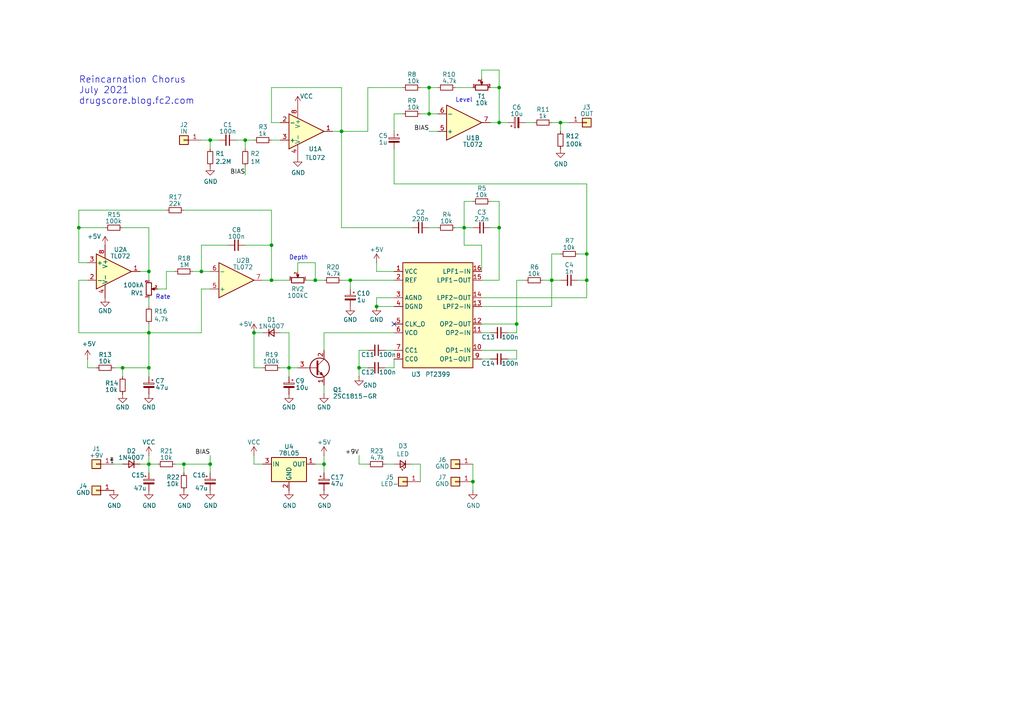
<source format=kicad_sch>
(kicad_sch (version 20250114) (generator "eeschema") (generator_version "9.0")
  (paper "A4")
  (lib_symbols
    (symbol "Amplifier_Operational:TL072" (pin_names (offset 0.127))
      (property "Reference" "U" (at 0 5.08 0))
      (property "Value" "TL072" (at 0 -5.08 0))
      (symbol "TL072_1_1"
        (polyline (pts (xy -5.08 5.08) (xy 5.08 0) (xy -5.08 -5.08) (xy -5.08 5.08)) (stroke (width 0.254)) (fill (type background)))
        (pin input line (at -7.62 2.54 0) (length 2.54) (name "+") (number "3"))
        (pin input line (at -7.62 -2.54 0) (length 2.54) (name "-") (number "2"))
        (pin output line (at 7.62 0 180) (length 2.54) (name "~") (number "1"))
      )
      (symbol "TL072_2_1"
        (polyline (pts (xy -5.08 5.08) (xy 5.08 0) (xy -5.08 -5.08) (xy -5.08 5.08)) (stroke (width 0.254)) (fill (type background)))
        (pin input line (at -7.62 2.54 0) (length 2.54) (name "+") (number "5"))
        (pin input line (at -7.62 -2.54 0) (length 2.54) (name "-") (number "6"))
        (pin output line (at 7.62 0 180) (length 2.54) (name "~") (number "7"))
      )
      (symbol "TL072_3_1"
        (pin power_in line (at -2.54 7.62 270) (length 3.81) (name "V+") (number "8"))
        (pin power_in line (at -2.54 -7.62 90) (length 3.81) (name "V-") (number "4"))
      )
    )
    (symbol "Audio:PT2399"
      (property "Reference" "U" (at 0 17.78 0))
      (property "Value" "PT2399" (at 0 -17.78 0))
      (symbol "PT2399_0_1"
        (rectangle (start -10.16 15.24) (end 10.16 -15.24) (stroke (width 0.254)) (fill (type background)))
      )
      (symbol "PT2399_1_1"
        (pin power_in line (at -12.7 12.7 0) (length 2.54) (name "VCC") (number "1"))
        (pin passive line (at -12.7 10.16 0) (length 2.54) (name "REF") (number "2"))
        (pin power_in line (at -12.7 5.08 0) (length 2.54) (name "AGND") (number "3"))
        (pin power_in line (at -12.7 2.54 0) (length 2.54) (name "DGND") (number "4"))
        (pin passive line (at -12.7 -2.54 0) (length 2.54) (name "CLK_O") (number "5"))
        (pin passive line (at -12.7 -5.08 0) (length 2.54) (name "VCO") (number "6"))
        (pin passive line (at -12.7 -10.16 0) (length 2.54) (name "CC1") (number "7"))
        (pin passive line (at -12.7 -12.7 0) (length 2.54) (name "CC0") (number "8"))
        (pin input line (at 12.7 12.7 180) (length 2.54) (name "LPF1-IN") (number "16"))
        (pin output line (at 12.7 10.16 180) (length 2.54) (name "LPF1-OUT") (number "15"))
        (pin output line (at 12.7 5.08 180) (length 2.54) (name "LPF2-OUT") (number "14"))
        (pin input line (at 12.7 2.54 180) (length 2.54) (name "LPF2-IN") (number "13"))
        (pin output line (at 12.7 -2.54 180) (length 2.54) (name "OP2-OUT") (number "12"))
        (pin input line (at 12.7 -5.08 180) (length 2.54) (name "OP2-IN") (number "11"))
        (pin input line (at 12.7 -10.16 180) (length 2.54) (name "OP1-IN") (number "10"))
        (pin output line (at 12.7 -12.7 180) (length 2.54) (name "OP1-OUT") (number "9"))
      )
    )
    (symbol "Connector_Generic:Conn_01x01" (pin_names (offset 1.016) (hide yes))
      (property "Reference" "J" (at 0 2.54 0))
      (property "Value" "Conn_01x01" (at 0 -2.54 0))
      (symbol "Conn_01x01_1_1"
        (rectangle (start -1.27 1.27) (end 1.27 -1.27) (stroke (width 0.254)) (fill (type background)))
        (rectangle (start -1.27 0.127) (end 0 -0.127) (stroke (width 0.1524)))
        (pin passive line (at -5.08 0 0) (length 3.81) (name "Pin_1") (number "1"))
      )
    )
    (symbol "Device:CP_Small" (pin_numbers (hide yes)) (pin_names (offset 0.254) (hide yes))
      (property "Reference" "C" (at 0.254 1.778 0))
      (property "Value" "Device_CP_Small" (at 0.254 -2.032 0))
      (symbol "CP_Small_0_1"
        (rectangle (start -1.524 0.6858) (end 1.524 0.3048))
        (rectangle (start -1.524 -0.3048) (end 1.524 -0.6858) (fill (type outline)))
        (polyline (pts (xy -1.27 1.524) (xy -0.762 1.524)))
        (polyline (pts (xy -1.016 1.27) (xy -1.016 1.778)))
      )
      (symbol "CP_Small_1_1"
        (pin passive line (at 0 2.54 270) (length 1.8542) (name "~") (number "1"))
        (pin passive line (at 0 -2.54 90) (length 1.8542) (name "~") (number "2"))
      )
    )
    (symbol "Device:C_Small" (pin_numbers (hide yes)) (pin_names (offset 0.254) (hide yes))
      (property "Reference" "C" (at 0.254 1.778 0))
      (property "Value" "C_Small" (at 0.254 -2.032 0))
      (symbol "C_Small_0_1"
        (polyline (pts (xy -1.524 0.508) (xy 1.524 0.508)) (stroke (width 0.3048)))
        (polyline (pts (xy -1.524 -0.508) (xy 1.524 -0.508)) (stroke (width 0.3302)))
      )
      (symbol "C_Small_1_1"
        (pin passive line (at 0 2.54 270) (length 2.032) (name "~") (number "1"))
        (pin passive line (at 0 -2.54 90) (length 2.032) (name "~") (number "2"))
      )
    )
    (symbol "Device:D_Small" (pin_numbers (hide yes)) (pin_names (offset 0.254) (hide yes))
      (property "Reference" "D" (at -1.27 2.032 0))
      (property "Value" "D_Small" (at -3.81 -2.032 0))
      (symbol "D_Small_0_1"
        (polyline (pts (xy -0.762 0) (xy 0.762 0)))
        (polyline (pts (xy -0.762 -1.016) (xy -0.762 1.016)) (stroke (width 0.254)))
        (polyline (pts (xy 0.762 -1.016) (xy -0.762 0) (xy 0.762 1.016) (xy 0.762 -1.016)) (stroke (width 0.254)))
      )
      (symbol "D_Small_1_1"
        (pin passive line (at -2.54 0 0) (length 1.778) (name "K") (number "1"))
        (pin passive line (at 2.54 0 180) (length 1.778) (name "A") (number "2"))
      )
    )
    (symbol "Device:LED_Small" (pin_numbers (hide yes)) (pin_names (offset 0.254) (hide yes))
      (property "Reference" "D" (at -1.27 3.175 0))
      (property "Value" "LED_Small" (at -4.445 -2.54 0))
      (symbol "LED_Small_0_1"
        (polyline (pts (xy -0.762 -1.016) (xy -0.762 1.016)) (stroke (width 0.254)))
        (polyline (pts (xy 0 0.762) (xy -0.508 1.27) (xy -0.254 1.27) (xy -0.508 1.27) (xy -0.508 1.016)))
        (polyline (pts (xy 0.508 1.27) (xy 0 1.778) (xy 0.254 1.778) (xy 0 1.778) (xy 0 1.524)))
        (polyline (pts (xy 0.762 -1.016) (xy -0.762 0) (xy 0.762 1.016) (xy 0.762 -1.016)) (stroke (width 0.254)))
        (polyline (pts (xy 1.016 0) (xy -0.762 0)))
      )
      (symbol "LED_Small_1_1"
        (pin passive line (at -2.54 0 0) (length 1.778) (name "K") (number "1"))
        (pin passive line (at 2.54 0 180) (length 1.778) (name "A") (number "2"))
      )
    )
    (symbol "Device:R_POT_Small" (pin_names (offset 1.016) (hide yes))
      (property "Reference" "RV" (at -4.445 0 90))
      (property "Value" "Device_R_POT_Small" (at -2.54 0 90))
      (symbol "R_POT_Small_0_1"
        (rectangle (start 0.762 1.8034) (end -0.762 -1.8034) (stroke (width 0.254)))
        (polyline (pts (xy 0.889 0) (xy 0.635 0) (xy 1.651 0.381) (xy 1.651 -0.381) (xy 0.635 0) (xy 0.889 0)) (fill (type outline)))
      )
      (symbol "R_POT_Small_1_1"
        (pin passive line (at 0 2.54 270) (length 0.635) (name "1") (number "1"))
        (pin passive line (at 0 -2.54 90) (length 0.635) (name "3") (number "3"))
        (pin passive line (at 2.54 0 180) (length 0.9906) (name "2") (number "2"))
      )
    )
    (symbol "Device:R_Small" (pin_numbers (hide yes)) (pin_names (offset 0.254) (hide yes))
      (property "Reference" "R" (at 0 0 90))
      (property "Value" "R_Small" (at 1.778 0 90))
      (symbol "R_Small_0_1"
        (rectangle (start -0.762 1.778) (end 0.762 -1.778) (stroke (width 0.2032)))
      )
      (symbol "R_Small_1_1"
        (pin passive line (at 0 2.54 270) (length 0.762) (name "~") (number "1"))
        (pin passive line (at 0 -2.54 90) (length 0.762) (name "~") (number "2"))
      )
    )
    (symbol "Regulator_Linear:L78L05_SOT89" (pin_names (offset 0.254))
      (property "Reference" "U" (at -3.81 3.175 0))
      (property "Value" "L78L05_SOT89" (at -0.635 3.175 0))
      (symbol "L78L05_SOT89_0_1"
        (rectangle (start -5.08 1.905) (end 5.08 -5.08) (stroke (width 0.254)) (fill (type background)))
      )
      (symbol "L78L05_SOT89_1_1"
        (pin power_in line (at -7.62 0 0) (length 2.54) (name "IN") (number "3"))
        (pin power_in line (at 0 -7.62 90) (length 2.54) (name "GND") (number "2"))
        (pin power_out line (at 7.62 0 180) (length 2.54) (name "OUT") (number "1"))
      )
    )
    (symbol "Transistor_BJT:2SC1815" (pin_names (offset 0) (hide yes))
      (property "Reference" "Q" (at 5.08 1.905 0))
      (property "Value" "2SC1815" (at 5.08 0 0))
      (symbol "2SC1815_0_1"
        (polyline (pts (xy -2.54 0) (xy 0.635 0)))
        (polyline (pts (xy 0.635 1.905) (xy 0.635 -1.905)) (stroke (width 0.508)))
        (circle (center 1.27 0) (radius 2.8194) (stroke (width 0.254)))
      )
      (symbol "2SC1815_1_1"
        (polyline (pts (xy 0.635 0.635) (xy 2.54 2.54)))
        (polyline (pts (xy 0.635 -0.635) (xy 2.54 -2.54)))
        (polyline (pts (xy 1.27 -1.778) (xy 1.778 -1.27) (xy 2.286 -2.286) (xy 1.27 -1.778)) (fill (type outline)))
        (pin input line (at -5.08 0 0) (length 2.54) (name "B") (number "3"))
        (pin passive line (at 2.54 5.08 270) (length 2.54) (name "C") (number "2"))
        (pin passive line (at 2.54 -5.08 90) (length 2.54) (name "E") (number "1"))
      )
    )
    (symbol "power:+5V" (power) (pin_numbers (hide yes)) (pin_names (offset 0) (hide yes))
      (property "Value" "+5V" (at 0 3.556 0))
      (symbol "+5V_0_1"
        (polyline (pts (xy -0.762 1.27) (xy 0 2.54)))
        (polyline (pts (xy 0 2.54) (xy 0.762 1.27)))
        (polyline (pts (xy 0 0) (xy 0 2.54)))
      )
      (symbol "+5V_1_1"
        (pin power_in line (at 0 0 90) (length 0) (name "~") (number "1"))
      )
    )
    (symbol "power:GND" (power) (pin_numbers (hide yes)) (pin_names (offset 0) (hide yes))
      (property "Value" "GND" (at 0 -3.81 0))
      (symbol "GND_0_1"
        (polyline (pts (xy 0 0) (xy 0 -1.27) (xy 1.27 -1.27) (xy 0 -2.54) (xy -1.27 -1.27) (xy 0 -1.27)))
      )
      (symbol "GND_1_1"
        (pin power_in line (at 0 0 270) (length 0) (name "~") (number "1"))
      )
    )
    (symbol "power:VCC" (power) (pin_numbers (hide yes)) (pin_names (offset 0) (hide yes))
      (property "Value" "VCC" (at 0 3.556 0))
      (symbol "VCC_0_1"
        (polyline (pts (xy -0.762 1.27) (xy 0 2.54)))
        (polyline (pts (xy 0 2.54) (xy 0.762 1.27)))
        (polyline (pts (xy 0 0) (xy 0 2.54)))
      )
      (symbol "VCC_1_1"
        (pin power_in line (at 0 0 90) (length 0) (name "~") (number "1"))
      )
    )
  )
  (text "Depth\n" (at 83.82 75.565 0) (effects (font (size 1.27 1.27)) (justify left bottom)))
  (text "Level" (at 132.08 29.845 0) (effects (font (size 1.27 1.27)) (justify left bottom)))
  (text "Reincarnation Chorus\nJuly 2021\ndrugscore.blog.fc2.com" (at 22.86 30.48 0) (effects (font (size 1.905 1.905)) (justify left bottom)))
  (text "Rate" (at 45.085 86.995 0) (effects (font (size 1.27 1.27)) (justify left bottom)))
  (junction (at 53.34 134.62))
  (junction (at 124.46 25.4))
  (junction (at 35.56 106.68))
  (junction (at 71.12 40.64))
  (junction (at 144.78 35.56))
  (junction (at 43.18 106.68))
  (junction (at 134.62 66.04))
  (junction (at 73.66 96.52))
  (junction (at 22.86 66.04))
  (junction (at 83.82 106.68))
  (junction (at 170.18 73.66))
  (junction (at 93.98 134.62))
  (junction (at 43.18 134.62))
  (junction (at 109.22 88.9))
  (junction (at 99.06 38.1))
  (junction (at 160.02 81.28))
  (junction (at 104.14 106.68))
  (junction (at 162.56 35.56))
  (junction (at 101.6 81.28))
  (junction (at 91.44 81.28))
  (junction (at 43.18 78.74))
  (junction (at 43.18 96.52))
  (junction (at 124.46 33.02))
  (junction (at 144.78 25.4))
  (junction (at 78.74 71.12))
  (junction (at 78.74 81.28))
  (junction (at 170.18 81.28))
  (junction (at 149.86 93.98))
  (junction (at 60.96 134.62))
  (junction (at 137.16 139.7))
  (junction (at 144.78 66.04))
  (junction (at 58.42 78.74))
  (junction (at 60.96 40.64))
  (no_connect (at 114.3 93.98))
  (wire (pts (xy 137.16 142.24) (xy 137.16 139.7)))
  (wire (pts (xy 22.86 96.52) (xy 22.86 81.28)))
  (wire (pts (xy 160.02 81.28) (xy 160.02 88.9)))
  (wire (pts (xy 93.98 134.62) (xy 93.98 137.16)))
  (wire (pts (xy 99.06 66.04) (xy 99.06 38.1)))
  (wire (pts (xy 86.36 106.68) (xy 83.82 106.68)))
  (wire (pts (xy 58.42 83.82) (xy 58.42 96.52)))
  (wire (pts (xy 43.18 106.68) (xy 43.18 96.52)))
  (wire (pts (xy 116.84 25.4) (xy 106.68 25.4)))
  (wire (pts (xy 22.86 66.04) (xy 22.86 60.96)))
  (wire (pts (xy 142.24 104.14) (xy 139.7 104.14)))
  (wire (pts (xy 144.78 66.04) (xy 144.78 81.28)))
  (wire (pts (xy 48.26 78.74) (xy 50.8 78.74)))
  (wire (pts (xy 99.06 25.4) (xy 99.06 38.1)))
  (wire (pts (xy 134.62 58.42) (xy 137.16 58.42)))
  (wire (pts (xy 144.78 25.4) (xy 144.78 20.32)))
  (wire (pts (xy 43.18 66.04) (xy 43.18 78.74)))
  (wire (pts (xy 91.44 81.28) (xy 93.98 81.28)))
  (wire (pts (xy 22.86 66.04) (xy 22.86 76.2)))
  (wire (pts (xy 149.86 101.6) (xy 149.86 104.14)))
  (wire (pts (xy 149.86 104.14) (xy 147.32 104.14)))
  (wire (pts (xy 78.74 71.12) (xy 78.74 81.28)))
  (wire (pts (xy 162.56 38.1) (xy 162.56 35.56)))
  (wire (pts (xy 144.78 35.56) (xy 147.32 35.56)))
  (wire (pts (xy 109.22 78.74) (xy 109.22 76.2)))
  (wire (pts (xy 43.18 132.08) (xy 43.18 134.62)))
  (wire (pts (xy 104.14 106.68) (xy 104.14 101.6)))
  (wire (pts (xy 157.48 81.28) (xy 160.02 81.28)))
  (wire (pts (xy 160.02 88.9) (xy 139.7 88.9)))
  (wire (pts (xy 43.18 88.9) (xy 43.18 86.36)))
  (wire (pts (xy 124.46 38.1) (xy 127 38.1)))
  (wire (pts (xy 35.56 66.04) (xy 43.18 66.04)))
  (wire (pts (xy 53.34 134.62) (xy 60.96 134.62)))
  (wire (pts (xy 106.68 106.68) (xy 104.14 106.68)))
  (wire (pts (xy 139.7 81.28) (xy 144.78 81.28)))
  (wire (pts (xy 109.22 86.36) (xy 109.22 88.9)))
  (wire (pts (xy 104.14 101.6) (xy 106.68 101.6)))
  (wire (pts (xy 114.3 104.14) (xy 114.3 106.68)))
  (wire (pts (xy 121.92 33.02) (xy 124.46 33.02)))
  (wire (pts (xy 71.12 43.18) (xy 71.12 40.64)))
  (wire (pts (xy 60.96 40.64) (xy 58.42 40.64)))
  (wire (pts (xy 114.3 33.02) (xy 114.3 38.1)))
  (wire (pts (xy 76.2 96.52) (xy 73.66 96.52)))
  (wire (pts (xy 63.5 40.64) (xy 60.96 40.64)))
  (wire (pts (xy 93.98 96.52) (xy 114.3 96.52)))
  (wire (pts (xy 78.74 60.96) (xy 78.74 71.12)))
  (wire (pts (xy 165.1 35.56) (xy 162.56 35.56)))
  (wire (pts (xy 149.86 93.98) (xy 149.86 96.52)))
  (wire (pts (xy 144.78 58.42) (xy 144.78 66.04)))
  (wire (pts (xy 134.62 71.12) (xy 134.62 66.04)))
  (wire (pts (xy 81.28 106.68) (xy 83.82 106.68)))
  (wire (pts (xy 45.72 134.62) (xy 43.18 134.62)))
  (wire (pts (xy 149.86 96.52) (xy 147.32 96.52)))
  (wire (pts (xy 78.74 35.56) (xy 78.74 25.4)))
  (wire (pts (xy 71.12 40.64) (xy 68.58 40.64)))
  (wire (pts (xy 134.62 66.04) (xy 137.16 66.04)))
  (wire (pts (xy 139.7 20.32) (xy 144.78 20.32)))
  (wire (pts (xy 121.92 134.62) (xy 121.92 139.7)))
  (wire (pts (xy 144.78 25.4) (xy 144.78 35.56)))
  (wire (pts (xy 73.66 40.64) (xy 71.12 40.64)))
  (wire (pts (xy 58.42 78.74) (xy 60.96 78.74)))
  (wire (pts (xy 114.3 88.9) (xy 109.22 88.9)))
  (wire (pts (xy 144.78 25.4) (xy 142.24 25.4)))
  (wire (pts (xy 66.04 71.12) (xy 58.42 71.12)))
  (wire (pts (xy 114.3 106.68) (xy 111.76 106.68)))
  (wire (pts (xy 27.94 106.68) (xy 25.4 106.68)))
  (wire (pts (xy 71.12 50.8) (xy 71.12 48.26)))
  (wire (pts (xy 104.14 109.22) (xy 104.14 106.68)))
  (wire (pts (xy 53.34 60.96) (xy 78.74 60.96)))
  (wire (pts (xy 170.18 73.66) (xy 170.18 53.34)))
  (wire (pts (xy 93.98 132.08) (xy 93.98 134.62)))
  (wire (pts (xy 160.02 73.66) (xy 162.56 73.66)))
  (wire (pts (xy 78.74 81.28) (xy 83.82 81.28)))
  (wire (pts (xy 137.16 139.7) (xy 137.16 134.62)))
  (wire (pts (xy 162.56 81.28) (xy 160.02 81.28)))
  (wire (pts (xy 40.64 78.74) (xy 43.18 78.74)))
  (wire (pts (xy 76.2 81.28) (xy 78.74 81.28)))
  (wire (pts (xy 139.7 101.6) (xy 149.86 101.6)))
  (wire (pts (xy 160.02 73.66) (xy 160.02 81.28)))
  (wire (pts (xy 104.14 132.08) (xy 104.14 134.62)))
  (wire (pts (xy 58.42 71.12) (xy 58.42 78.74)))
  (wire (pts (xy 170.18 81.28) (xy 170.18 86.36)))
  (wire (pts (xy 114.3 78.74) (xy 109.22 78.74)))
  (wire (pts (xy 139.7 93.98) (xy 149.86 93.98)))
  (wire (pts (xy 48.26 60.96) (xy 22.86 60.96)))
  (wire (pts (xy 81.28 35.56) (xy 78.74 35.56)))
  (wire (pts (xy 73.66 106.68) (xy 73.66 96.52)))
  (wire (pts (xy 76.2 106.68) (xy 73.66 106.68)))
  (wire (pts (xy 119.38 134.62) (xy 121.92 134.62)))
  (wire (pts (xy 81.28 96.52) (xy 83.82 96.52)))
  (wire (pts (xy 45.72 83.82) (xy 48.26 83.82)))
  (wire (pts (xy 134.62 66.04) (xy 134.62 58.42)))
  (wire (pts (xy 25.4 81.28) (xy 22.86 81.28)))
  (wire (pts (xy 101.6 81.28) (xy 101.6 83.82)))
  (wire (pts (xy 139.7 86.36) (xy 170.18 86.36)))
  (wire (pts (xy 43.18 106.68) (xy 35.56 106.68)))
  (wire (pts (xy 60.96 132.08) (xy 60.96 134.62)))
  (wire (pts (xy 43.18 109.22) (xy 43.18 106.68)))
  (wire (pts (xy 114.3 53.34) (xy 114.3 43.18)))
  (wire (pts (xy 43.18 78.74) (xy 43.18 81.28)))
  (wire (pts (xy 170.18 53.34) (xy 114.3 53.34)))
  (wire (pts (xy 167.64 81.28) (xy 170.18 81.28)))
  (wire (pts (xy 127 66.04) (xy 124.46 66.04)))
  (wire (pts (xy 139.7 22.86) (xy 139.7 20.32)))
  (wire (pts (xy 43.18 96.52) (xy 58.42 96.52)))
  (wire (pts (xy 78.74 25.4) (xy 99.06 25.4)))
  (wire (pts (xy 124.46 25.4) (xy 124.46 33.02)))
  (wire (pts (xy 55.88 78.74) (xy 58.42 78.74)))
  (wire (pts (xy 60.96 43.18) (xy 60.96 40.64)))
  (wire (pts (xy 43.18 93.98) (xy 43.18 96.52)))
  (wire (pts (xy 144.78 66.04) (xy 142.24 66.04)))
  (wire (pts (xy 160.02 35.56) (xy 162.56 35.56)))
  (wire (pts (xy 83.82 106.68) (xy 83.82 109.22)))
  (wire (pts (xy 60.96 83.82) (xy 58.42 83.82)))
  (wire (pts (xy 76.2 134.62) (xy 73.66 134.62)))
  (wire (pts (xy 40.64 134.62) (xy 43.18 134.62)))
  (wire (pts (xy 60.96 134.62) (xy 60.96 137.16)))
  (wire (pts (xy 142.24 58.42) (xy 144.78 58.42)))
  (wire (pts (xy 22.86 76.2) (xy 25.4 76.2)))
  (wire (pts (xy 152.4 81.28) (xy 149.86 81.28)))
  (wire (pts (xy 25.4 106.68) (xy 25.4 104.14)))
  (wire (pts (xy 101.6 81.28) (xy 114.3 81.28)))
  (wire (pts (xy 132.08 66.04) (xy 134.62 66.04)))
  (wire (pts (xy 99.06 66.04) (xy 119.38 66.04)))
  (wire (pts (xy 43.18 96.52) (xy 22.86 96.52)))
  (wire (pts (xy 96.52 38.1) (xy 99.06 38.1)))
  (wire (pts (xy 71.12 71.12) (xy 78.74 71.12)))
  (wire (pts (xy 149.86 81.28) (xy 149.86 93.98)))
  (wire (pts (xy 35.56 106.68) (xy 35.56 109.22)))
  (wire (pts (xy 30.48 66.04) (xy 22.86 66.04)))
  (wire (pts (xy 99.06 38.1) (xy 106.68 38.1)))
  (wire (pts (xy 170.18 73.66) (xy 170.18 81.28)))
  (wire (pts (xy 73.66 132.08) (xy 73.66 134.62)))
  (wire (pts (xy 139.7 71.12) (xy 139.7 78.74)))
  (wire (pts (xy 48.26 83.82) (xy 48.26 78.74)))
  (wire (pts (xy 111.76 101.6) (xy 114.3 101.6)))
  (wire (pts (xy 35.56 134.62) (xy 33.02 134.62)))
  (wire (pts (xy 83.82 96.52) (xy 83.82 106.68)))
  (wire (pts (xy 43.18 134.62) (xy 43.18 137.16)))
  (wire (pts (xy 91.44 76.2) (xy 91.44 81.28)))
  (wire (pts (xy 154.94 35.56) (xy 152.4 35.56)))
  (wire (pts (xy 111.76 134.62) (xy 114.3 134.62)))
  (wire (pts (xy 86.36 76.2) (xy 86.36 78.74)))
  (wire (pts (xy 142.24 96.52) (xy 139.7 96.52)))
  (wire (pts (xy 88.9 81.28) (xy 91.44 81.28)))
  (wire (pts (xy 93.98 96.52) (xy 93.98 101.6)))
  (wire (pts (xy 104.14 134.62) (xy 106.68 134.62)))
  (wire (pts (xy 121.92 25.4) (xy 124.46 25.4)))
  (wire (pts (xy 99.06 81.28) (xy 101.6 81.28)))
  (wire (pts (xy 50.8 134.62) (xy 53.34 134.62)))
  (wire (pts (xy 106.68 25.4) (xy 106.68 38.1)))
  (wire (pts (xy 86.36 76.2) (xy 91.44 76.2)))
  (wire (pts (xy 124.46 33.02) (xy 127 33.02)))
  (wire (pts (xy 81.28 40.64) (xy 78.74 40.64)))
  (wire (pts (xy 134.62 71.12) (xy 139.7 71.12)))
  (wire (pts (xy 53.34 134.62) (xy 53.34 137.16)))
  (wire (pts (xy 167.64 73.66) (xy 170.18 73.66)))
  (wire (pts (xy 33.02 106.68) (xy 35.56 106.68)))
  (wire (pts (xy 116.84 33.02) (xy 114.3 33.02)))
  (wire (pts (xy 127 25.4) (xy 124.46 25.4)))
  (wire (pts (xy 114.3 86.36) (xy 109.22 86.36)))
  (wire (pts (xy 93.98 134.62) (xy 91.44 134.62)))
  (wire (pts (xy 132.08 25.4) (xy 137.16 25.4)))
  (wire (pts (xy 93.98 111.76) (xy 93.98 114.3)))
  (wire (pts (xy 144.78 35.56) (xy 142.24 35.56)))
  (label "+9V" (at 33.02 134.62 90) (effects (font (size 0.635 0.635))))
  (label "+9V" (at 104.14 132.08 180))
  (label "BIAS" (at 60.96 132.08 180))
  (label "BIAS" (at 71.12 50.8 180))
  (label "BIAS" (at 124.46 38.1 180))
  (symbol (lib_id "Device:R_Small") (at 60.96 45.72 0) (unit 1)
    (property "Reference" "R1" (at 62.4586 44.5516 0) (effects (justify left)))
    (property "Value" "2.2M" (at 62.4586 46.863 0) (effects (justify left)))
    (property "Footprint" "myFoot:my_R_P7.62mm_Horizontal" (effects (hide yes)))
  )
  (symbol (lib_id "Device:R_Small") (at 76.2 40.64 270) (unit 1)
    (property "Reference" "R3" (at 74.93 36.83 90) (effects (justify left)))
    (property "Value" "1k" (at 74.93 38.735 90) (effects (justify left)))
    (property "Footprint" "myFoot:my_R_P7.62mm_Horizontal" (effects (hide yes)))
  )
  (symbol (lib_id "Device:R_Small") (at 157.48 35.56 270) (unit 1)
    (property "Reference" "R11" (at 155.575 31.75 90) (effects (justify left)))
    (property "Value" "1k" (at 156.21 33.655 90) (effects (justify left)))
    (property "Footprint" "myFoot:my_R_P7.62mm_Horizontal" (effects (hide yes)))
  )
  (symbol (lib_id "Device:C_Small") (at 66.04 40.64 270) (unit 1)
    (property "Reference" "C1" (at 66.04 36.195 90))
    (property "Value" "100n" (at 66.04 38.1 90))
    (property "Footprint" "myFoot:my_C_Rect1_P5.00mm" (effects (hide yes)))
  )
  (symbol (lib_id "Device:R_Small") (at 71.12 45.72 0) (unit 1)
    (property "Reference" "R2" (at 72.6186 44.5516 0) (effects (justify left)))
    (property "Value" "1M" (at 72.6186 46.863 0) (effects (justify left)))
    (property "Footprint" "myFoot:my_R_P7.62mm_Horizontal" (effects (hide yes)))
  )
  (symbol (lib_id "Device:CP_Small") (at 43.18 139.7 0) (unit 1)
    (property "Reference" "C15" (at 40.005 137.795 0))
    (property "Value" "47u" (at 40.64 141.605 0))
    (property "Footprint" "myFoot:my_C_D5.0mm_P2.50mm" (effects (hide yes)))
  )
  (symbol (lib_id "Device:D_Small") (at 38.1 134.62 180) (unit 1)
    (property "Reference" "D2" (at 38.1 130.81 0))
    (property "Value" "1N4007" (at 38.1 132.715 0))
    (property "Footprint" "myFoot:my_D_P7.62mm" (effects (hide yes)))
  )
  (symbol (lib_id "Device:R_Small") (at 53.34 139.7 0) (unit 1)
    (property "Reference" "R22" (at 48.26 138.43 0) (effects (justify left)))
    (property "Value" "10k" (at 48.26 140.335 0) (effects (justify left)))
    (property "Footprint" "myFoot:my_R_P7.62mm_Horizontal" (effects (hide yes)))
  )
  (symbol (lib_id "power:GND") (at 53.34 142.24 0) (unit 1)
    (property "Reference" "#PWR018" (effects (hide yes)))
    (property "Value" "GND" (at 53.467 146.6342 0))
  )
  (symbol (lib_id "power:GND") (at 60.96 142.24 0) (unit 1)
    (property "Reference" "#PWR019" (effects (hide yes)))
    (property "Value" "GND" (at 61.087 146.6342 0))
  )
  (symbol (lib_id "power:GND") (at 43.18 142.24 0) (unit 1)
    (property "Reference" "#PWR017" (effects (hide yes)))
    (property "Value" "GND" (at 43.307 146.6342 0))
  )
  (symbol (lib_id "Device:CP_Small") (at 60.96 139.7 0) (unit 1)
    (property "Reference" "C16" (at 57.785 137.795 0))
    (property "Value" "47u" (at 58.42 141.605 0))
    (property "Footprint" "myFoot:my_C_D5.0mm_P2.50mm" (effects (hide yes)))
  )
  (symbol (lib_id "Device:R_Small") (at 48.26 134.62 270) (unit 1)
    (property "Reference" "R21" (at 46.355 130.81 90) (effects (justify left)))
    (property "Value" "10k" (at 46.355 132.715 90) (effects (justify left)))
    (property "Footprint" "myFoot:my_R_P7.62mm_Horizontal" (effects (hide yes)))
  )
  (symbol (lib_id "Device:R_Small") (at 162.56 40.64 0) (unit 1)
    (property "Reference" "R12" (at 164.0586 39.4716 0) (effects (justify left)))
    (property "Value" "100k" (at 164.0586 41.783 0) (effects (justify left)))
    (property "Footprint" "myFoot:my_R_P7.62mm_Horizontal" (effects (hide yes)))
  )
  (symbol (lib_id "Device:CP_Small") (at 149.86 35.56 90) (unit 1)
    (property "Reference" "C6" (at 149.86 31.115 90))
    (property "Value" "10u" (at 149.86 33.02 90))
    (property "Footprint" "myFoot:my_C_D5.0mm_P2.50mm" (effects (hide yes)))
  )
  (symbol (lib_id "power:VCC") (at 43.18 132.08 0) (unit 1)
    (property "Reference" "#PWR015" (effects (hide yes)))
    (property "Value" "VCC" (at 43.18 128.27 0))
  )
  (symbol (lib_id "Audio:PT2399") (at 127 91.44 0) (unit 1)
    (property "Reference" "U3" (at 120.65 108.585 0))
    (property "Value" "PT2399" (at 127 108.585 0))
    (property "Footprint" "Package_DIP:DIP-16_W7.62mm" (effects (hide yes)))
  )
  (symbol (lib_id "power:VCC") (at 86.36 30.48 0) (unit 1)
    (property "Reference" "#PWR01" (effects (hide yes)))
    (property "Value" "VCC" (at 88.9 27.94 0))
  )
  (symbol (lib_id "Regulator_Linear:L78L05_SOT89") (at 83.82 134.62 0) (unit 1)
    (property "Reference" "U4" (at 83.82 129.54 0))
    (property "Value" "78L05" (at 83.82 131.445 0))
    (property "Footprint" "Package_TO_SOT_THT:TO-92_Inline_Wide" (effects (hide yes)))
  )
  (symbol (lib_id "Device:R_Small") (at 129.54 66.04 270) (unit 1)
    (property "Reference" "R4" (at 128.27 62.23 90) (effects (justify left)))
    (property "Value" "10k" (at 127.635 64.135 90) (effects (justify left)))
    (property "Footprint" "myFoot:my_R_P7.62mm_Horizontal" (effects (hide yes)))
  )
  (symbol (lib_id "Device:C_Small") (at 139.7 66.04 270) (unit 1)
    (property "Reference" "C3" (at 139.7 61.595 90))
    (property "Value" "2.2n" (at 139.7 63.5 90))
    (property "Footprint" "myFoot:my_C_Rect1_P5.00mm" (effects (hide yes)))
  )
  (symbol (lib_id "Device:R_Small") (at 139.7 58.42 270) (unit 1)
    (property "Reference" "R5" (at 138.43 54.61 90) (effects (justify left)))
    (property "Value" "10k" (at 137.795 56.515 90) (effects (justify left)))
    (property "Footprint" "myFoot:my_R_P7.62mm_Horizontal" (effects (hide yes)))
  )
  (symbol (lib_id "Device:C_Small") (at 165.1 81.28 270) (unit 1)
    (property "Reference" "C4" (at 165.1 76.835 90))
    (property "Value" "1n" (at 165.1 78.74 90))
    (property "Footprint" "myFoot:my_C_Rect1_P5.00mm" (effects (hide yes)))
  )
  (symbol (lib_id "Device:R_Small") (at 165.1 73.66 270) (unit 1)
    (property "Reference" "R7" (at 163.83 69.85 90) (effects (justify left)))
    (property "Value" "10k" (at 163.195 71.755 90) (effects (justify left)))
    (property "Footprint" "myFoot:my_R_P7.62mm_Horizontal" (effects (hide yes)))
  )
  (symbol (lib_id "Device:C_Small") (at 144.78 104.14 270) (unit 1)
    (property "Reference" "C14" (at 141.605 105.41 90))
    (property "Value" "100n" (at 147.955 105.41 90))
    (property "Footprint" "myFoot:my_C_Rect1_P5.00mm" (effects (hide yes)))
  )
  (symbol (lib_id "Device:C_Small") (at 144.78 96.52 270) (unit 1)
    (property "Reference" "C13" (at 141.605 97.79 90))
    (property "Value" "100n" (at 147.955 97.79 90))
    (property "Footprint" "myFoot:my_C_Rect1_P5.00mm" (effects (hide yes)))
  )
  (symbol (lib_id "Device:CP_Small") (at 93.98 139.7 0) (unit 1)
    (property "Reference" "C17" (at 97.79 138.43 0))
    (property "Value" "47u" (at 97.79 140.335 0))
    (property "Footprint" "myFoot:my_C_D5.0mm_P2.50mm" (effects (hide yes)))
  )
  (symbol (lib_id "power:GND") (at 93.98 142.24 0) (unit 1)
    (property "Reference" "#PWR023" (effects (hide yes)))
    (property "Value" "GND" (at 94.107 146.6342 0))
  )
  (symbol (lib_id "power:GND") (at 109.22 88.9 0) (unit 1)
    (property "Reference" "#PWR014" (effects (hide yes)))
    (property "Value" "GND" (at 109.22 92.71 0))
  )
  (symbol (lib_id "Device:C_Small") (at 109.22 106.68 270) (unit 1)
    (property "Reference" "C12" (at 106.68 107.95 90))
    (property "Value" "100n" (at 112.395 107.95 90))
    (property "Footprint" "myFoot:my_C_Rect1_P5.00mm" (effects (hide yes)))
  )
  (symbol (lib_id "Device:C_Small") (at 109.22 101.6 270) (unit 1)
    (property "Reference" "C11" (at 106.68 102.87 90))
    (property "Value" "100n" (at 112.395 102.87 90))
    (property "Footprint" "myFoot:my_C_Rect1_P5.00mm" (effects (hide yes)))
  )
  (symbol (lib_id "power:GND") (at 104.14 109.22 0) (unit 1)
    (property "Reference" "#PWR012" (effects (hide yes)))
    (property "Value" "GND" (at 107.315 111.76 0))
  )
  (symbol (lib_id "power:GND") (at 83.82 142.24 0) (unit 1)
    (property "Reference" "#PWR021" (effects (hide yes)))
    (property "Value" "GND" (at 83.947 146.6342 0))
  )
  (symbol (lib_id "power:VCC") (at 73.66 132.08 0) (unit 1)
    (property "Reference" "#PWR020" (effects (hide yes)))
    (property "Value" "VCC" (at 73.66 128.27 0))
  )
  (symbol (lib_id "Device:R_Small") (at 154.94 81.28 270) (unit 1)
    (property "Reference" "R6" (at 153.67 77.47 90) (effects (justify left)))
    (property "Value" "10k" (at 153.035 79.375 90) (effects (justify left)))
    (property "Footprint" "myFoot:my_R_P7.62mm_Horizontal" (effects (hide yes)))
  )
  (symbol (lib_id "Device:R_Small") (at 119.38 25.4 270) (unit 1)
    (property "Reference" "R8" (at 118.11 21.59 90) (effects (justify left)))
    (property "Value" "10k" (at 118.11 23.495 90) (effects (justify left)))
    (property "Footprint" "myFoot:my_R_P7.62mm_Horizontal" (effects (hide yes)))
  )
  (symbol (lib_id "Device:R_Small") (at 119.38 33.02 270) (unit 1)
    (property "Reference" "R9" (at 118.11 29.21 90) (effects (justify left)))
    (property "Value" "10k" (at 118.11 31.115 90) (effects (justify left)))
    (property "Footprint" "myFoot:my_R_P7.62mm_Horizontal" (effects (hide yes)))
  )
  (symbol (lib_id "power:GND") (at 162.56 43.18 0) (unit 1)
    (property "Reference" "#PWR02" (effects (hide yes)))
    (property "Value" "GND" (at 162.687 47.5742 0))
  )
  (symbol (lib_id "Device:R_POT_Small") (at 139.7 25.4 90) (unit 1)
    (property "Reference" "T1" (at 139.7 27.94 90))
    (property "Value" "10k" (at 139.7 29.845 90))
    (property "Footprint" "myFoot:my_trim" (effects (hide yes)))
  )
  (symbol (lib_id "Amplifier_Operational:TL072") (at 88.9 38.1 0) (mirror x) (unit 1)
    (property "Reference" "U1" (at 91.44 43.18 0))
    (property "Value" "TL072" (at 91.44 45.72 0))
    (property "Footprint" "Package_DIP:DIP-8_W7.62mm" (effects (hide yes)))
    (property "Datasheet" "http://www.ti.com/lit/ds/symlink/tl071.pdf" (effects (hide yes)))
  )
  (symbol (lib_id "Amplifier_Operational:TL072") (at 134.62 35.56 0) (mirror x) (unit 2)
    (property "Reference" "U1" (at 137.16 40.005 0))
    (property "Value" "TL072" (at 137.16 41.91 0))
    (property "Footprint" "Package_DIP:DIP-8_W7.62mm" (effects (hide yes)))
    (property "Datasheet" "http://www.ti.com/lit/ds/symlink/tl071.pdf" (effects (hide yes)))
  )
  (symbol (lib_id "Amplifier_Operational:TL072") (at 88.9 38.1 0) (unit 3)
    (property "Reference" "U1" (effects (hide yes)))
    (property "Value" "TL072" (effects (hide yes)))
    (property "Footprint" "Package_DIP:DIP-8_W7.62mm" (effects (hide yes)))
    (property "Datasheet" "http://www.ti.com/lit/ds/symlink/tl071.pdf" (effects (hide yes)))
  )
  (symbol (lib_id "Device:C_Small") (at 121.92 66.04 270) (unit 1)
    (property "Reference" "C2" (at 121.92 61.595 90))
    (property "Value" "220n" (at 121.92 63.5 90))
    (property "Footprint" "myFoot:my_C_Rect2_P5.00mm" (effects (hide yes)))
  )
  (symbol (lib_id "Connector_Generic:Conn_01x01") (at 27.94 142.24 180) (unit 1)
    (property "Reference" "J4" (at 24.13 140.97 0))
    (property "Value" "GND" (at 24.13 142.875 0))
    (property "Footprint" "myFoot:my_WirePad_0-8mmDrill" (effects (hide yes)))
  )
  (symbol (lib_id "power:GND") (at 33.02 142.24 0) (unit 1)
    (property "Reference" "#PWR016" (effects (hide yes)))
    (property "Value" "GND" (at 33.147 146.6342 0))
  )
  (symbol (lib_id "Amplifier_Operational:TL072") (at 33.02 78.74 0) (unit 1)
    (property "Reference" "U2" (at 34.925 72.39 0))
    (property "Value" "TL072" (at 34.925 74.295 0))
    (property "Footprint" "Package_DIP:DIP-8_W7.62mm" (effects (hide yes)))
    (property "Datasheet" "http://www.ti.com/lit/ds/symlink/tl071.pdf" (effects (hide yes)))
  )
  (symbol (lib_id "Amplifier_Operational:TL072") (at 68.58 81.28 0) (mirror x) (unit 2)
    (property "Reference" "U2" (at 70.485 75.565 0))
    (property "Value" "TL072" (at 70.485 77.47 0))
    (property "Footprint" "Package_DIP:DIP-8_W7.62mm" (effects (hide yes)))
    (property "Datasheet" "http://www.ti.com/lit/ds/symlink/tl071.pdf" (effects (hide yes)))
  )
  (symbol (lib_id "Amplifier_Operational:TL072") (at 33.02 78.74 0) (unit 3)
    (property "Reference" "U2" (effects (hide yes)))
    (property "Value" "TL072" (effects (hide yes)))
    (property "Footprint" "Package_DIP:DIP-8_W7.62mm" (effects (hide yes)))
    (property "Datasheet" "http://www.ti.com/lit/ds/symlink/tl071.pdf" (effects (hide yes)))
  )
  (symbol (lib_id "Connector_Generic:Conn_01x01") (at 53.34 40.64 180) (unit 1)
    (property "Reference" "J2" (at 53.34 36.195 0))
    (property "Value" "IN" (at 53.34 38.1 0))
    (property "Footprint" "myFoot:my_WirePad_0-8mmDrill" (effects (hide yes)))
  )
  (symbol (lib_id "Connector_Generic:Conn_01x01") (at 170.18 35.56 0) (unit 1)
    (property "Reference" "J3" (at 168.91 31.115 0) (effects (justify left)))
    (property "Value" "OUT" (at 168.275 33.02 0) (effects (justify left)))
    (property "Footprint" "myFoot:my_WirePad_0-8mmDrill" (effects (hide yes)))
  )
  (symbol (lib_id "Connector_Generic:Conn_01x01") (at 27.94 134.62 180) (unit 1)
    (property "Reference" "J1" (at 27.94 130.175 0))
    (property "Value" "+9V" (at 27.94 132.08 0))
    (property "Footprint" "myFoot:my_WirePad_0-8mmDrill" (effects (hide yes)))
  )
  (symbol (lib_id "Device:R_Small") (at 129.54 25.4 270) (unit 1)
    (property "Reference" "R10" (at 128.27 21.59 90) (effects (justify left)))
    (property "Value" "4.7k" (at 128.27 23.495 90) (effects (justify left)))
    (property "Footprint" "myFoot:my_R_P7.62mm_Horizontal" (effects (hide yes)))
  )
  (symbol (lib_id "power:GND") (at 30.48 86.36 0) (unit 1)
    (property "Reference" "#PWR07" (effects (hide yes)))
    (property "Value" "GND" (at 30.48 90.17 0))
  )
  (symbol (lib_id "Device:R_Small") (at 53.34 78.74 270) (unit 1)
    (property "Reference" "R18" (at 51.435 74.93 90) (effects (justify left)))
    (property "Value" "1M" (at 52.07 76.835 90) (effects (justify left)))
    (property "Footprint" "myFoot:my_R_P7.62mm_Horizontal" (effects (hide yes)))
  )
  (symbol (lib_id "Device:R_POT_Small") (at 43.18 83.82 0) (mirror x) (unit 1)
    (property "Reference" "RV1" (at 41.6814 84.9884 0) (effects (justify right)))
    (property "Value" "100kA" (at 41.6814 82.677 0) (effects (justify right)))
    (property "Footprint" "myFoot:my_pot_5mm" (effects (hide yes)))
  )
  (symbol (lib_id "Device:C_Small") (at 68.58 71.12 270) (unit 1)
    (property "Reference" "C8" (at 68.58 66.675 90))
    (property "Value" "100n" (at 68.58 68.58 90))
    (property "Footprint" "myFoot:my_C_Rect1_P5.00mm" (effects (hide yes)))
  )
  (symbol (lib_id "Device:R_Small") (at 43.18 91.44 0) (unit 1)
    (property "Reference" "R16" (at 44.6786 90.2716 0) (effects (justify left)))
    (property "Value" "4.7k" (at 44.6786 92.583 0) (effects (justify left)))
    (property "Footprint" "myFoot:my_R_P7.62mm_Horizontal" (effects (hide yes)))
  )
  (symbol (lib_id "Device:CP_Small") (at 43.18 111.76 0) (mirror y) (unit 1)
    (property "Reference" "C7" (at 46.355 110.49 0))
    (property "Value" "47u" (at 46.99 112.395 0))
    (property "Footprint" "myFoot:my_C_D5.0mm_P2.50mm" (effects (hide yes)))
  )
  (symbol (lib_id "power:GND") (at 43.18 114.3 0) (unit 1)
    (property "Reference" "#PWR05" (effects (hide yes)))
    (property "Value" "GND" (at 43.18 118.11 0))
  )
  (symbol (lib_id "Device:R_Small") (at 35.56 111.76 0) (unit 1)
    (property "Reference" "R14" (at 30.48 111.125 0) (effects (justify left)))
    (property "Value" "10k" (at 30.48 113.03 0) (effects (justify left)))
    (property "Footprint" "myFoot:my_R_P7.62mm_Horizontal" (effects (hide yes)))
  )
  (symbol (lib_id "power:GND") (at 60.96 48.26 0) (unit 1)
    (property "Reference" "#PWR0101" (effects (hide yes)))
    (property "Value" "GND" (at 61.087 52.6542 0))
  )
  (symbol (lib_id "power:GND") (at 86.36 45.72 0) (unit 1)
    (property "Reference" "#PWR0102" (effects (hide yes)))
    (property "Value" "GND" (at 86.487 50.1142 0))
  )
  (symbol (lib_id "power:GND") (at 35.56 114.3 0) (unit 1)
    (property "Reference" "#PWR04" (effects (hide yes)))
    (property "Value" "GND" (at 35.56 118.11 0))
  )
  (symbol (lib_id "Device:R_Small") (at 30.48 106.68 270) (unit 1)
    (property "Reference" "R13" (at 28.575 102.87 90) (effects (justify left)))
    (property "Value" "10k" (at 28.575 104.775 90) (effects (justify left)))
    (property "Footprint" "myFoot:my_R_P7.62mm_Horizontal" (effects (hide yes)))
  )
  (symbol (lib_id "power:+5V") (at 25.4 104.14 0) (unit 1)
    (property "Reference" "#PWR03" (effects (hide yes)))
    (property "Value" "+5V" (at 25.781 99.7458 0))
  )
  (symbol (lib_id "power:+5V") (at 30.48 71.12 0) (unit 1)
    (property "Reference" "#PWR06" (effects (hide yes)))
    (property "Value" "+5V" (at 27.305 68.58 0))
  )
  (symbol (lib_id "Device:R_Small") (at 50.8 60.96 270) (unit 1)
    (property "Reference" "R17" (at 48.895 57.15 90) (effects (justify left)))
    (property "Value" "22k" (at 48.895 59.055 90) (effects (justify left)))
    (property "Footprint" "myFoot:my_R_P7.62mm_Horizontal" (effects (hide yes)))
  )
  (symbol (lib_id "Device:R_Small") (at 33.02 66.04 270) (unit 1)
    (property "Reference" "R15" (at 31.115 62.23 90) (effects (justify left)))
    (property "Value" "100k" (at 30.48 64.135 90) (effects (justify left)))
    (property "Footprint" "myFoot:my_R_P7.62mm_Horizontal" (effects (hide yes)))
  )
  (symbol (lib_id "Device:R_POT_Small") (at 86.36 81.28 270) (mirror x) (unit 1)
    (property "Reference" "RV2" (at 86.36 83.82 90))
    (property "Value" "100kC" (at 86.36 85.725 90))
    (property "Footprint" "myFoot:my_pot_5mm" (effects (hide yes)))
  )
  (symbol (lib_id "Device:R_Small") (at 96.52 81.28 270) (unit 1)
    (property "Reference" "R20" (at 94.615 77.47 90) (effects (justify left)))
    (property "Value" "4.7k" (at 94.615 79.375 90) (effects (justify left)))
    (property "Footprint" "myFoot:my_R_P7.62mm_Horizontal" (effects (hide yes)))
  )
  (symbol (lib_id "Device:CP_Small") (at 101.6 86.36 0) (mirror y) (unit 1)
    (property "Reference" "C10" (at 105.41 85.09 0))
    (property "Value" "1u" (at 104.775 86.995 0))
    (property "Footprint" "myFoot:my_C_D5.0mm_P2.50mm" (effects (hide yes)))
  )
  (symbol (lib_id "power:GND") (at 101.6 88.9 0) (unit 1)
    (property "Reference" "#PWR011" (effects (hide yes)))
    (property "Value" "GND" (at 101.6 92.71 0))
  )
  (symbol (lib_id "Transistor_BJT:2SC1815") (at 91.44 106.68 0) (unit 1)
    (property "Reference" "Q1" (at 96.52 113.03 0) (effects (justify left)))
    (property "Value" "2SC1815-GR" (at 96.52 114.935 0) (effects (justify left)))
    (property "Footprint" "Package_TO_SOT_THT:TO-92_Inline_Wide" (effects (hide yes)))
    (property "Datasheet" "https://media.digikey.com/pdf/Data%20Sheets/Toshiba%20PDFs/2SC1815.pdf" (effects (hide yes)))
  )
  (symbol (lib_id "power:GND") (at 93.98 114.3 0) (unit 1)
    (property "Reference" "#PWR010" (effects (hide yes)))
    (property "Value" "GND" (at 93.98 118.11 0))
  )
  (symbol (lib_id "Device:CP_Small") (at 83.82 111.76 0) (mirror y) (unit 1)
    (property "Reference" "C9" (at 86.995 110.49 0))
    (property "Value" "10u" (at 87.63 112.395 0))
    (property "Footprint" "myFoot:my_C_D5.0mm_P2.50mm" (effects (hide yes)))
  )
  (symbol (lib_id "power:GND") (at 83.82 114.3 0) (unit 1)
    (property "Reference" "#PWR09" (effects (hide yes)))
    (property "Value" "GND" (at 83.82 118.11 0))
  )
  (symbol (lib_id "Device:R_Small") (at 78.74 106.68 270) (unit 1)
    (property "Reference" "R19" (at 76.835 102.87 90) (effects (justify left)))
    (property "Value" "100k" (at 76.2 104.775 90) (effects (justify left)))
    (property "Footprint" "myFoot:my_R_P7.62mm_Horizontal" (effects (hide yes)))
  )
  (symbol (lib_id "power:+5V") (at 109.22 76.2 0) (unit 1)
    (property "Reference" "#PWR013" (effects (hide yes)))
    (property "Value" "+5V" (at 109.22 72.39 0))
  )
  (symbol (lib_id "Device:D_Small") (at 78.74 96.52 0) (unit 1)
    (property "Reference" "D1" (at 78.74 92.71 0))
    (property "Value" "1N4007" (at 78.74 94.615 0))
    (property "Footprint" "myFoot:my_D_P7.62mm" (effects (hide yes)))
  )
  (symbol (lib_id "Device:CP_Small") (at 114.3 40.64 0) (mirror y) (unit 1)
    (property "Reference" "C5" (at 111.125 39.37 0))
    (property "Value" "1u" (at 111.125 41.275 0))
    (property "Footprint" "myFoot:my_C_D5.0mm_P2.50mm" (effects (hide yes)))
  )
  (symbol (lib_id "power:+5V") (at 73.66 96.52 0) (unit 1)
    (property "Reference" "#PWR08" (effects (hide yes)))
    (property "Value" "+5V" (at 71.12 93.98 0))
  )
  (symbol (lib_id "power:+5V") (at 93.98 132.08 0) (unit 1)
    (property "Reference" "#PWR022" (effects (hide yes)))
    (property "Value" "+5V" (at 93.98 128.27 0))
  )
  (symbol (lib_id "Device:R_Small") (at 109.22 134.62 270) (unit 1)
    (property "Reference" "R23" (at 107.315 130.81 90) (effects (justify left)))
    (property "Value" "4.7k" (at 107.315 132.715 90) (effects (justify left)))
    (property "Footprint" "myFoot:my_R_P7.62mm_Horizontal" (effects (hide yes)))
  )
  (symbol (lib_id "Connector_Generic:Conn_01x01") (at 132.08 134.62 180) (unit 1)
    (property "Reference" "J6" (at 128.27 133.35 0))
    (property "Value" "GND" (at 128.27 135.255 0))
    (property "Footprint" "myFoot:my_WirePad_0-8mmDrill" (effects (hide yes)))
  )
  (symbol (lib_id "Connector_Generic:Conn_01x01") (at 132.08 139.7 180) (unit 1)
    (property "Reference" "J7" (at 128.27 138.43 0))
    (property "Value" "GND" (at 128.27 140.335 0))
    (property "Footprint" "myFoot:my_WirePad_0-8mmDrill" (effects (hide yes)))
  )
  (symbol (lib_id "power:GND") (at 137.16 142.24 0) (unit 1)
    (property "Reference" "#PWR025" (effects (hide yes)))
    (property "Value" "GND" (at 137.287 146.6342 0))
  )
  (symbol (lib_id "Connector_Generic:Conn_01x01") (at 116.84 139.7 180) (unit 1)
    (property "Reference" "J5" (at 113.03 138.43 0))
    (property "Value" "LED-" (at 113.03 140.335 0))
    (property "Footprint" "myFoot:my_WirePad_0-8mmDrill" (effects (hide yes)))
  )
  (symbol (lib_id "Device:LED_Small") (at 116.84 134.62 180) (unit 1)
    (property "Reference" "D3" (at 116.84 129.3622 0))
    (property "Value" "LED" (at 116.84 131.6736 0))
    (property "Footprint" "myFoot:my_LED_3mm" (effects (hide yes)))
  )
)
</source>
